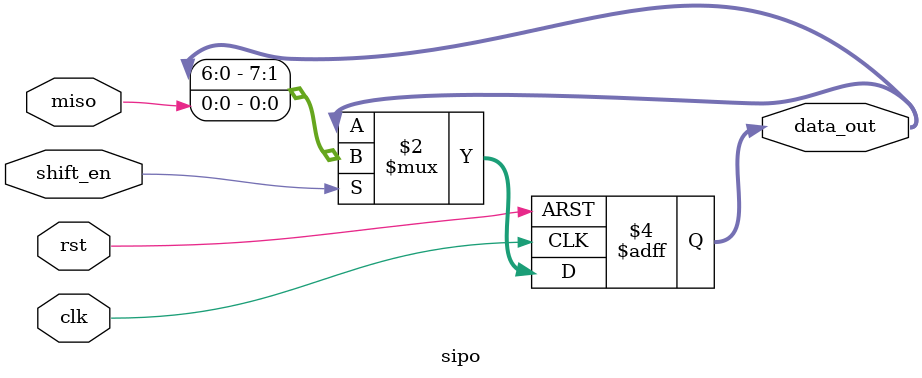
<source format=sv>
module sipo (
    input  logic clk,       // 5MHz SPI clock
    input  logic rst,       // active high reset
    input  logic shift_en,  // enable shift on every clock
    input  logic miso,      // input serial bit from slave
    output logic [7:0] data_out // output parallel byte
);

    always_ff @(posedge clk or posedge rst) begin
        if (rst)
            data_out <= 8'h00;
        else if (shift_en)
            data_out <= {data_out[6:0], miso}; // shift left, MSB first
    end

endmodule

</source>
